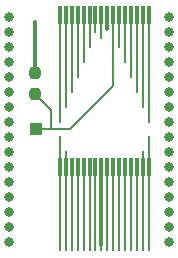
<source format=gbr>
G04 #@! TF.GenerationSoftware,KiCad,Pcbnew,(6.0.1-0)*
G04 #@! TF.CreationDate,2022-03-14T11:09:26-04:00*
G04 #@! TF.ProjectId,MBC1-TSOP32,4d424331-2d54-4534-9f50-33322e6b6963,rev?*
G04 #@! TF.SameCoordinates,Original*
G04 #@! TF.FileFunction,Copper,L1,Top*
G04 #@! TF.FilePolarity,Positive*
%FSLAX46Y46*%
G04 Gerber Fmt 4.6, Leading zero omitted, Abs format (unit mm)*
G04 Created by KiCad (PCBNEW (6.0.1-0)) date 2022-03-14 11:09:26*
%MOMM*%
%LPD*%
G01*
G04 APERTURE LIST*
G04 Aperture macros list*
%AMRoundRect*
0 Rectangle with rounded corners*
0 $1 Rounding radius*
0 $2 $3 $4 $5 $6 $7 $8 $9 X,Y pos of 4 corners*
0 Add a 4 corners polygon primitive as box body*
4,1,4,$2,$3,$4,$5,$6,$7,$8,$9,$2,$3,0*
0 Add four circle primitives for the rounded corners*
1,1,$1+$1,$2,$3*
1,1,$1+$1,$4,$5*
1,1,$1+$1,$6,$7*
1,1,$1+$1,$8,$9*
0 Add four rect primitives between the rounded corners*
20,1,$1+$1,$2,$3,$4,$5,0*
20,1,$1+$1,$4,$5,$6,$7,0*
20,1,$1+$1,$6,$7,$8,$9,0*
20,1,$1+$1,$8,$9,$2,$3,0*%
G04 Aperture macros list end*
G04 #@! TA.AperFunction,SMDPad,CuDef*
%ADD10R,1.000000X1.000000*%
G04 #@! TD*
G04 #@! TA.AperFunction,SMDPad,CuDef*
%ADD11R,0.250000X1.100000*%
G04 #@! TD*
G04 #@! TA.AperFunction,SMDPad,CuDef*
%ADD12RoundRect,0.237500X0.237500X-0.250000X0.237500X0.250000X-0.237500X0.250000X-0.237500X-0.250000X0*%
G04 #@! TD*
G04 #@! TA.AperFunction,SMDPad,CuDef*
%ADD13RoundRect,0.075000X-0.075000X0.700000X-0.075000X-0.700000X0.075000X-0.700000X0.075000X0.700000X0*%
G04 #@! TD*
G04 #@! TA.AperFunction,ViaPad*
%ADD14C,0.300000*%
G04 #@! TD*
G04 #@! TA.AperFunction,ViaPad*
%ADD15C,0.800000*%
G04 #@! TD*
G04 #@! TA.AperFunction,Conductor*
%ADD16C,0.300000*%
G04 #@! TD*
G04 #@! TA.AperFunction,Conductor*
%ADD17C,0.200000*%
G04 #@! TD*
G04 APERTURE END LIST*
D10*
G04 #@! TO.P,REF\u002A\u002A,*
G04 #@! TO.N,WE*
X108130000Y-58830000D03*
G04 #@! TD*
D11*
G04 #@! TO.P,REF\u002A\u002A,1*
G04 #@! TO.N,A11*
X117675000Y-49150000D03*
G04 #@! TO.P,REF\u002A\u002A,2*
G04 #@! TO.N,A9*
X117175000Y-49150000D03*
G04 #@! TO.P,REF\u002A\u002A,3*
G04 #@! TO.N,A8*
X116675000Y-49150000D03*
G04 #@! TO.P,REF\u002A\u002A,4*
G04 #@! TO.N,A13*
X116175000Y-49150000D03*
G04 #@! TO.P,REF\u002A\u002A,5*
G04 #@! TO.N,A14*
X115675000Y-49150000D03*
G04 #@! TO.P,REF\u002A\u002A,6*
G04 #@! TO.N,A17*
X115175000Y-49150000D03*
G04 #@! TO.P,REF\u002A\u002A,7*
G04 #@! TO.N,WE*
X114675000Y-49150000D03*
G04 #@! TO.P,REF\u002A\u002A,8*
G04 #@! TO.N,VCC*
X114175000Y-49150000D03*
G04 #@! TO.P,REF\u002A\u002A,9*
G04 #@! TO.N,A18*
X113675000Y-49150000D03*
G04 #@! TO.P,REF\u002A\u002A,10*
G04 #@! TO.N,A16*
X113175000Y-49150000D03*
G04 #@! TO.P,REF\u002A\u002A,11*
G04 #@! TO.N,A15*
X112675000Y-49150000D03*
G04 #@! TO.P,REF\u002A\u002A,12*
G04 #@! TO.N,A12*
X112175000Y-49150000D03*
G04 #@! TO.P,REF\u002A\u002A,13*
G04 #@! TO.N,A7*
X111675000Y-49150000D03*
G04 #@! TO.P,REF\u002A\u002A,14*
G04 #@! TO.N,A6*
X111175000Y-49150000D03*
G04 #@! TO.P,REF\u002A\u002A,15*
G04 #@! TO.N,A5*
X110675000Y-49150000D03*
G04 #@! TO.P,REF\u002A\u002A,16*
G04 #@! TO.N,A4*
X110175000Y-49150000D03*
G04 #@! TO.P,REF\u002A\u002A,17*
G04 #@! TO.N,A3*
X110175000Y-68650000D03*
G04 #@! TO.P,REF\u002A\u002A,18*
G04 #@! TO.N,A2*
X110675000Y-68650000D03*
G04 #@! TO.P,REF\u002A\u002A,19*
G04 #@! TO.N,A1*
X111175000Y-68650000D03*
G04 #@! TO.P,REF\u002A\u002A,20*
G04 #@! TO.N,A0*
X111675000Y-68650000D03*
G04 #@! TO.P,REF\u002A\u002A,21*
G04 #@! TO.N,D0*
X112175000Y-68650000D03*
G04 #@! TO.P,REF\u002A\u002A,22*
G04 #@! TO.N,D1*
X112675000Y-68650000D03*
G04 #@! TO.P,REF\u002A\u002A,23*
G04 #@! TO.N,D2*
X113175000Y-68650000D03*
G04 #@! TO.P,REF\u002A\u002A,24*
G04 #@! TO.N,GND*
X113675000Y-68650000D03*
G04 #@! TO.P,REF\u002A\u002A,25*
G04 #@! TO.N,D3*
X114175000Y-68650000D03*
G04 #@! TO.P,REF\u002A\u002A,26*
G04 #@! TO.N,D4*
X114675000Y-68650000D03*
G04 #@! TO.P,REF\u002A\u002A,27*
G04 #@! TO.N,D5*
X115175000Y-68650000D03*
G04 #@! TO.P,REF\u002A\u002A,28*
G04 #@! TO.N,D6*
X115675000Y-68650000D03*
G04 #@! TO.P,REF\u002A\u002A,29*
G04 #@! TO.N,D7*
X116175000Y-68650000D03*
G04 #@! TO.P,REF\u002A\u002A,30*
G04 #@! TO.N,CE*
X116675000Y-68650000D03*
G04 #@! TO.P,REF\u002A\u002A,31*
G04 #@! TO.N,A10*
X117175000Y-68650000D03*
G04 #@! TO.P,REF\u002A\u002A,32*
G04 #@! TO.N,/OE*
X117675000Y-68650000D03*
G04 #@! TD*
D12*
G04 #@! TO.P,REF\u002A\u002A,*
G04 #@! TO.N,WE*
X108050000Y-55852500D03*
G04 #@! TO.N,VCC*
X108050000Y-54027500D03*
G04 #@! TD*
D13*
G04 #@! TO.P,REF\u002A\u002A,1*
G04 #@! TO.N,N/C*
X117675000Y-49175000D03*
G04 #@! TO.P,REF\u002A\u002A,2*
X117175000Y-49175000D03*
G04 #@! TO.P,REF\u002A\u002A,3*
X116675000Y-49175000D03*
G04 #@! TO.P,REF\u002A\u002A,4*
X116175000Y-49175000D03*
G04 #@! TO.P,REF\u002A\u002A,5*
X115675000Y-49175000D03*
G04 #@! TO.P,REF\u002A\u002A,6*
X115175000Y-49175000D03*
G04 #@! TO.P,REF\u002A\u002A,7*
G04 #@! TO.N,WE*
X114675000Y-49175000D03*
G04 #@! TO.P,REF\u002A\u002A,8*
G04 #@! TO.N,VCC*
X114175000Y-49175000D03*
G04 #@! TO.P,REF\u002A\u002A,9*
G04 #@! TO.N,A18*
X113675000Y-49175000D03*
G04 #@! TO.P,REF\u002A\u002A,10*
G04 #@! TO.N,N/C*
X113175000Y-49175000D03*
G04 #@! TO.P,REF\u002A\u002A,11*
X112675000Y-49175000D03*
G04 #@! TO.P,REF\u002A\u002A,12*
X112175000Y-49175000D03*
G04 #@! TO.P,REF\u002A\u002A,13*
X111675000Y-49175000D03*
G04 #@! TO.P,REF\u002A\u002A,14*
X111175000Y-49175000D03*
G04 #@! TO.P,REF\u002A\u002A,15*
X110675000Y-49175000D03*
G04 #@! TO.P,REF\u002A\u002A,16*
X110175000Y-49175000D03*
G04 #@! TO.P,REF\u002A\u002A,17*
G04 #@! TO.N,A3*
X110175000Y-62025000D03*
G04 #@! TO.P,REF\u002A\u002A,18*
G04 #@! TO.N,A2*
X110675000Y-62025000D03*
G04 #@! TO.P,REF\u002A\u002A,19*
G04 #@! TO.N,A1*
X111175000Y-62025000D03*
G04 #@! TO.P,REF\u002A\u002A,20*
G04 #@! TO.N,A0*
X111675000Y-62025000D03*
G04 #@! TO.P,REF\u002A\u002A,21*
G04 #@! TO.N,D0*
X112175000Y-62025000D03*
G04 #@! TO.P,REF\u002A\u002A,22*
G04 #@! TO.N,D1*
X112675000Y-62025000D03*
G04 #@! TO.P,REF\u002A\u002A,23*
G04 #@! TO.N,D2*
X113175000Y-62025000D03*
G04 #@! TO.P,REF\u002A\u002A,24*
G04 #@! TO.N,GND*
X113675000Y-62025000D03*
G04 #@! TO.P,REF\u002A\u002A,25*
G04 #@! TO.N,D3*
X114175000Y-62025000D03*
G04 #@! TO.P,REF\u002A\u002A,26*
G04 #@! TO.N,D4*
X114675000Y-62025000D03*
G04 #@! TO.P,REF\u002A\u002A,27*
G04 #@! TO.N,D5*
X115175000Y-62025000D03*
G04 #@! TO.P,REF\u002A\u002A,28*
G04 #@! TO.N,D6*
X115675000Y-62025000D03*
G04 #@! TO.P,REF\u002A\u002A,29*
G04 #@! TO.N,D7*
X116175000Y-62025000D03*
G04 #@! TO.P,REF\u002A\u002A,30*
G04 #@! TO.N,CE*
X116675000Y-62025000D03*
G04 #@! TO.P,REF\u002A\u002A,31*
G04 #@! TO.N,A10*
X117175000Y-62025000D03*
G04 #@! TO.P,REF\u002A\u002A,32*
G04 #@! TO.N,/OE*
X117675000Y-62025000D03*
G04 #@! TD*
D14*
G04 #@! TO.N,VCC*
X114175000Y-50360000D03*
X108050000Y-49730000D03*
D15*
X119400000Y-49300000D03*
G04 #@! TO.N,A18*
X119400000Y-50570000D03*
D14*
X113675000Y-51120000D03*
G04 #@! TO.N,A17*
X115175000Y-51840000D03*
D15*
X119400000Y-51840000D03*
G04 #@! TO.N,A14*
X119400000Y-53110000D03*
D14*
X115675000Y-53110000D03*
G04 #@! TO.N,A13*
X116175000Y-54380000D03*
D15*
X119400000Y-54380000D03*
D14*
G04 #@! TO.N,A8*
X116675000Y-55650000D03*
D15*
X119400000Y-55650000D03*
D14*
G04 #@! TO.N,A9*
X117175000Y-56920000D03*
D15*
X119400000Y-56920000D03*
D14*
G04 #@! TO.N,A11*
X117675000Y-58190000D03*
D15*
X119400000Y-58190000D03*
D14*
G04 #@! TO.N,/OE*
X117675000Y-59460000D03*
D15*
X119400000Y-59460000D03*
G04 #@! TO.N,A10*
X119400000Y-60730000D03*
D14*
X117175000Y-60730000D03*
D15*
G04 #@! TO.N,CE*
X119400000Y-62000000D03*
D14*
X116675000Y-62000000D03*
D15*
G04 #@! TO.N,D7*
X119400000Y-63270000D03*
D14*
X116175000Y-63270000D03*
G04 #@! TO.N,D6*
X115675000Y-64540000D03*
D15*
X119400000Y-64540000D03*
G04 #@! TO.N,D5*
X119400000Y-65810000D03*
D14*
X115175000Y-65810000D03*
G04 #@! TO.N,D4*
X114675000Y-67080000D03*
D15*
X119400000Y-67080000D03*
D14*
G04 #@! TO.N,D3*
X114175000Y-67600000D03*
D15*
X119400000Y-68350000D03*
D14*
G04 #@! TO.N,GND*
X113675000Y-67900000D03*
D15*
X105850000Y-68350000D03*
D14*
G04 #@! TO.N,D2*
X113175000Y-67080000D03*
D15*
X105850000Y-67080000D03*
G04 #@! TO.N,D1*
X105850000Y-65810000D03*
D14*
X112675000Y-65810000D03*
D15*
G04 #@! TO.N,D0*
X105850000Y-64540000D03*
D14*
X112175000Y-64540000D03*
D15*
G04 #@! TO.N,A0*
X105850000Y-63270000D03*
D14*
X111675000Y-63270000D03*
G04 #@! TO.N,A1*
X111175000Y-62000000D03*
D15*
X105850000Y-62000000D03*
G04 #@! TO.N,A2*
X105850000Y-60730000D03*
D14*
X110675000Y-60730000D03*
D15*
G04 #@! TO.N,A3*
X105850000Y-59460000D03*
D14*
X110175000Y-59460000D03*
G04 #@! TO.N,A4*
X110175000Y-58190000D03*
D15*
X105850000Y-58190000D03*
D14*
G04 #@! TO.N,A5*
X110675000Y-56920000D03*
D15*
X105850000Y-56920000D03*
G04 #@! TO.N,A6*
X105850000Y-55650000D03*
D14*
X111175000Y-55650000D03*
D15*
G04 #@! TO.N,A7*
X105850000Y-54380000D03*
D14*
X111675000Y-54380000D03*
D15*
G04 #@! TO.N,A12*
X105850000Y-53110000D03*
D14*
X112175000Y-53110000D03*
G04 #@! TO.N,A15*
X112675000Y-51840000D03*
D15*
X105850000Y-51840000D03*
G04 #@! TO.N,A16*
X105850000Y-50570000D03*
D14*
X113175000Y-50570000D03*
D15*
G04 #@! TO.N,VPP*
X105850000Y-49300000D03*
G04 #@! TD*
D16*
G04 #@! TO.N,GND*
X113675000Y-67900000D02*
X113675000Y-68650000D01*
X113675000Y-62025000D02*
X113675000Y-67900000D01*
D17*
G04 #@! TO.N,D1*
X112675000Y-68650000D02*
X112675000Y-65810000D01*
D16*
G04 #@! TO.N,VCC*
X108050000Y-49730000D02*
X108050000Y-54027500D01*
X114175000Y-49175000D02*
X114175000Y-50360000D01*
D17*
G04 #@! TO.N,WE*
X110987500Y-58830000D02*
X109420000Y-58830000D01*
X109420000Y-58830000D02*
X108130000Y-58830000D01*
X109390000Y-57192500D02*
X109390000Y-58800000D01*
X109390000Y-58800000D02*
X109420000Y-58830000D01*
X114675000Y-49175000D02*
X114675000Y-55142500D01*
X114675000Y-55142500D02*
X110987500Y-58830000D01*
G04 #@! TO.N,A18*
X113675000Y-49175000D02*
X113675000Y-51120000D01*
G04 #@! TO.N,A17*
X115175000Y-49150000D02*
X115175000Y-51840000D01*
G04 #@! TO.N,A14*
X115675000Y-49150000D02*
X115675000Y-53110000D01*
G04 #@! TO.N,A13*
X116175000Y-49150000D02*
X116175000Y-54380000D01*
G04 #@! TO.N,A8*
X116675000Y-49150000D02*
X116675000Y-55650000D01*
G04 #@! TO.N,A9*
X117175000Y-49150000D02*
X117175000Y-56920000D01*
G04 #@! TO.N,A11*
X117675000Y-49150000D02*
X117675000Y-58190000D01*
G04 #@! TO.N,/OE*
X117675000Y-68650000D02*
X117675000Y-59460000D01*
G04 #@! TO.N,A10*
X117175000Y-68650000D02*
X117175000Y-60730000D01*
G04 #@! TO.N,CE*
X116675000Y-68650000D02*
X116675000Y-62000000D01*
G04 #@! TO.N,D7*
X116175000Y-68650000D02*
X116175000Y-63270000D01*
X116175000Y-63270000D02*
X116175000Y-62025000D01*
G04 #@! TO.N,D6*
X115675000Y-68650000D02*
X115675000Y-64540000D01*
X115675000Y-64540000D02*
X115675000Y-62025000D01*
G04 #@! TO.N,D5*
X115175000Y-68650000D02*
X115175000Y-65810000D01*
X115175000Y-65810000D02*
X115175000Y-62025000D01*
G04 #@! TO.N,D4*
X114675000Y-68650000D02*
X114675000Y-67080000D01*
X114675000Y-67080000D02*
X114675000Y-62025000D01*
G04 #@! TO.N,D3*
X114175000Y-67600000D02*
X114175000Y-62025000D01*
X114175000Y-68650000D02*
X114175000Y-67600000D01*
G04 #@! TO.N,D2*
X113175000Y-67080000D02*
X113175000Y-62025000D01*
X113175000Y-68650000D02*
X113175000Y-67080000D01*
G04 #@! TO.N,D1*
X112675000Y-65810000D02*
X112675000Y-62025000D01*
G04 #@! TO.N,D0*
X112175000Y-68650000D02*
X112175000Y-64540000D01*
X112175000Y-64540000D02*
X112175000Y-62025000D01*
G04 #@! TO.N,A0*
X111675000Y-63270000D02*
X111675000Y-62025000D01*
X111675000Y-68650000D02*
X111675000Y-63270000D01*
G04 #@! TO.N,A1*
X111175000Y-68650000D02*
X111175000Y-62000000D01*
G04 #@! TO.N,A2*
X110675000Y-68650000D02*
X110675000Y-60730000D01*
G04 #@! TO.N,A3*
X110175000Y-68650000D02*
X110175000Y-59460000D01*
G04 #@! TO.N,A4*
X110175000Y-49150000D02*
X110175000Y-58190000D01*
G04 #@! TO.N,A5*
X110675000Y-49150000D02*
X110675000Y-56920000D01*
G04 #@! TO.N,A6*
X111175000Y-49150000D02*
X111175000Y-55650000D01*
G04 #@! TO.N,A7*
X111675000Y-49150000D02*
X111675000Y-54380000D01*
G04 #@! TO.N,A12*
X112175000Y-49150000D02*
X112175000Y-53110000D01*
G04 #@! TO.N,A15*
X112675000Y-49150000D02*
X112675000Y-51840000D01*
G04 #@! TO.N,A16*
X113175000Y-49150000D02*
X113175000Y-50570000D01*
G04 #@! TO.N,WE*
X109390000Y-57192500D02*
X108050000Y-55852500D01*
G04 #@! TD*
M02*

</source>
